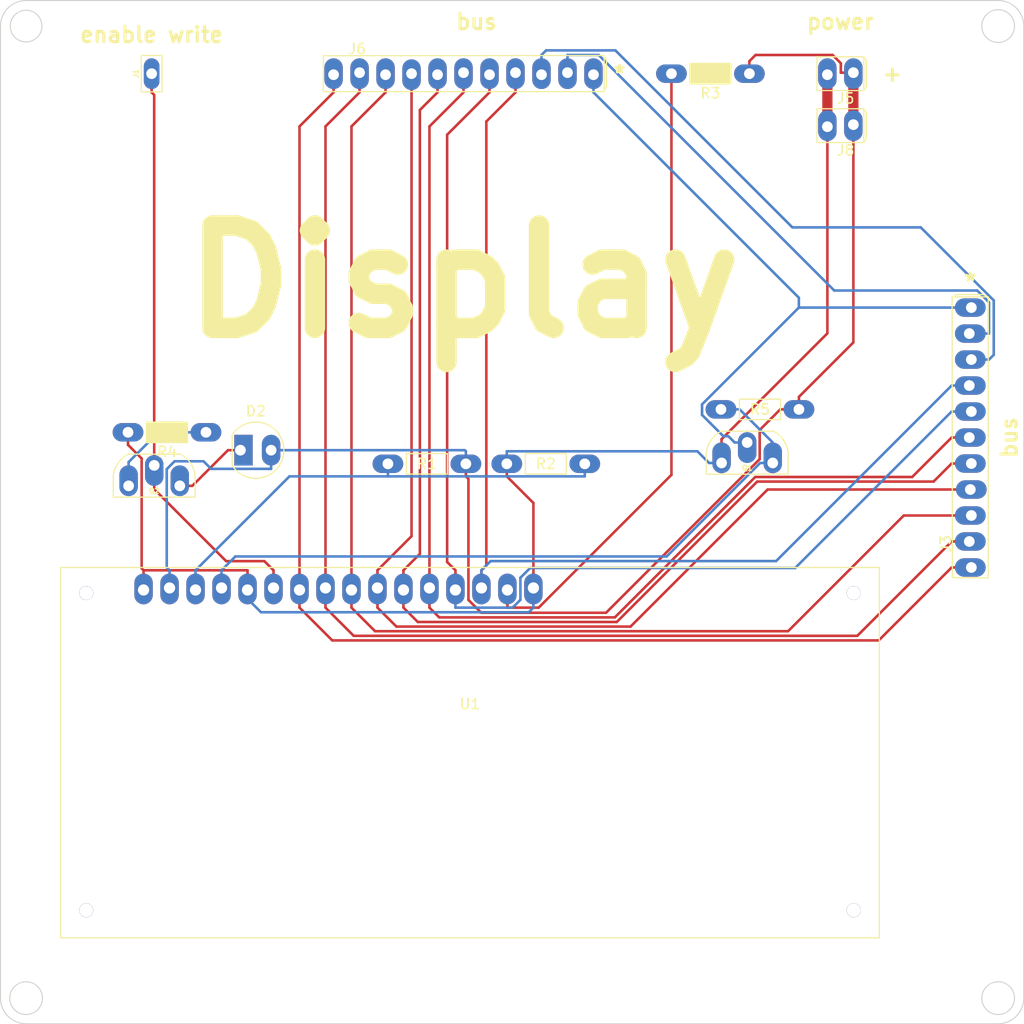
<source format=kicad_pcb>
(kicad_pcb (version 20171130) (host pcbnew 5.1.5+dfsg1-2build2)

  (general
    (thickness 1.6)
    (drawings 20)
    (tracks 191)
    (zones 0)
    (modules 14)
    (nets 20)
  )

  (page A4)
  (layers
    (0 F.Cu signal)
    (31 B.Cu signal)
    (32 B.Adhes user)
    (33 F.Adhes user)
    (34 B.Paste user)
    (35 F.Paste user)
    (36 B.SilkS user)
    (37 F.SilkS user)
    (38 B.Mask user)
    (39 F.Mask user)
    (40 Dwgs.User user)
    (41 Cmts.User user)
    (42 Eco1.User user)
    (43 Eco2.User user)
    (44 Edge.Cuts user)
    (45 Margin user)
    (46 B.CrtYd user)
    (47 F.CrtYd user)
    (48 B.Fab user)
    (49 F.Fab user)
  )

  (setup
    (last_trace_width 1)
    (user_trace_width 1)
    (trace_clearance 0.2)
    (zone_clearance 0.508)
    (zone_45_only no)
    (trace_min 0.2)
    (via_size 0.8)
    (via_drill 0.4)
    (via_min_size 0.4)
    (via_min_drill 0.3)
    (uvia_size 0.3)
    (uvia_drill 0.1)
    (uvias_allowed no)
    (uvia_min_size 0.2)
    (uvia_min_drill 0.1)
    (edge_width 0.1)
    (segment_width 0.2)
    (pcb_text_width 0.3)
    (pcb_text_size 1.5 1.5)
    (mod_edge_width 0.15)
    (mod_text_size 1 1)
    (mod_text_width 0.15)
    (pad_size 1.8 3)
    (pad_drill 0.9)
    (pad_to_mask_clearance 0)
    (aux_axis_origin 0 0)
    (visible_elements FFFFFF7F)
    (pcbplotparams
      (layerselection 0x3ffff_ffffffff)
      (usegerberextensions false)
      (usegerberattributes false)
      (usegerberadvancedattributes false)
      (creategerberjobfile false)
      (excludeedgelayer true)
      (linewidth 0.100000)
      (plotframeref false)
      (viasonmask false)
      (mode 1)
      (useauxorigin false)
      (hpglpennumber 1)
      (hpglpenspeed 20)
      (hpglpendiameter 15.000000)
      (psnegative false)
      (psa4output false)
      (plotreference true)
      (plotvalue true)
      (plotinvisibletext false)
      (padsonsilk false)
      (subtractmaskfromsilk false)
      (outputformat 1)
      (mirror false)
      (drillshape 0)
      (scaleselection 1)
      (outputdirectory "manufacturing/"))
  )

  (net 0 "")
  (net 1 +5V)
  (net 2 /sheet63DE894A/in)
  (net 3 /Sheet63DF1E83/in)
  (net 4 "Net-(J3-Pad10)")
  (net 5 "Net-(J3-Pad9)")
  (net 6 "Net-(J3-Pad8)")
  (net 7 "Net-(J3-Pad7)")
  (net 8 "Net-(J3-Pad6)")
  (net 9 "Net-(J3-Pad5)")
  (net 10 "Net-(J3-Pad4)")
  (net 11 "Net-(J3-Pad3)")
  (net 12 "Net-(J3-Pad2)")
  (net 13 "Net-(J3-Pad1)")
  (net 14 GND)
  (net 15 /Sheet63DF1E83/out)
  (net 16 "Net-(R1-Pad2)")
  (net 17 "Net-(R3-Pad2)")
  (net 18 "Net-(D2-Pad1)")
  (net 19 "Net-(Q2-Pad1)")

  (net_class Default "This is the default net class."
    (clearance 0.2)
    (trace_width 0.25)
    (via_dia 0.8)
    (via_drill 0.4)
    (uvia_dia 0.3)
    (uvia_drill 0.1)
    (add_net +5V)
    (add_net /Sheet63DF1E83/in)
    (add_net /Sheet63DF1E83/out)
    (add_net /sheet63DE894A/in)
    (add_net GND)
    (add_net "Net-(D2-Pad1)")
    (add_net "Net-(J3-Pad1)")
    (add_net "Net-(J3-Pad10)")
    (add_net "Net-(J3-Pad2)")
    (add_net "Net-(J3-Pad3)")
    (add_net "Net-(J3-Pad4)")
    (add_net "Net-(J3-Pad5)")
    (add_net "Net-(J3-Pad6)")
    (add_net "Net-(J3-Pad7)")
    (add_net "Net-(J3-Pad8)")
    (add_net "Net-(J3-Pad9)")
    (add_net "Net-(Q2-Pad1)")
    (add_net "Net-(R1-Pad2)")
    (add_net "Net-(R3-Pad2)")
  )

  (module processor2:led_5mm_tight (layer F.Cu) (tedit 63DFD358) (tstamp 63E272C3)
    (at 74.9458 93.9459)
    (path /63DE8950/63B9532C)
    (fp_text reference D2 (at 0 -3.81) (layer F.SilkS)
      (effects (font (size 1 1) (thickness 0.15)))
    )
    (fp_text value LED (at 0 3.81) (layer F.Fab)
      (effects (font (size 1 1) (thickness 0.15)))
    )
    (fp_arc (start 0 0) (end -2.3 1.5) (angle -294) (layer F.SilkS) (width 0.12))
    (fp_line (start -2.305812 -1.49105) (end -2.3 1.5) (layer F.SilkS) (width 0.12))
    (pad 1 thru_hole rect (at -1.5 0) (size 1.8 3) (drill 1.05 (offset 0.3 0)) (layers *.Cu *.Mask)
      (net 18 "Net-(D2-Pad1)"))
    (pad 2 thru_hole oval (at 1.5 0) (size 1.8 3) (drill 1.05) (layers *.Cu *.Mask)
      (net 1 +5V))
  )

  (module processor2:1pin (layer F.Cu) (tedit 63DFD104) (tstamp 63E272CC)
    (at 64.77 57.15 90)
    (path /63E0F3A2)
    (fp_text reference J1 (at 0 -1.524 90) (layer F.SilkS)
      (effects (font (size 0.5 0.5) (thickness 0.125)))
    )
    (fp_text value Conn_01x01_Male (at 0 1.778 90) (layer F.Fab)
      (effects (font (size 1 1) (thickness 0.15)))
    )
    (fp_line (start -1.778 -1.016) (end 1.778 -1.016) (layer F.SilkS) (width 0.12))
    (fp_line (start 1.778 -1.016) (end 1.778 1.016) (layer F.SilkS) (width 0.12))
    (fp_line (start 1.778 1.016) (end -1.778 1.016) (layer F.SilkS) (width 0.12))
    (fp_line (start -1.778 1.016) (end -1.778 -1.016) (layer F.SilkS) (width 0.12))
    (pad 1 thru_hole oval (at 0 0 90) (size 3 1.524) (drill 1.05) (layers *.Cu *.Mask)
      (net 2 /sheet63DE894A/in))
  )

  (module processor2:11pin_tight (layer F.Cu) (tedit 63DFD1B5) (tstamp 63E272E2)
    (at 144.78 105.41 90)
    (path /63D58930)
    (fp_text reference J3 (at 2.3114 -2.413 90) (layer F.SilkS)
      (effects (font (size 1 1) (thickness 0.15)))
    )
    (fp_text value Conn_01x11_Male (at 14.8336 -2.6924 90) (layer F.Fab)
      (effects (font (size 1 1) (thickness 0.15)))
    )
    (fp_line (start 26.67 -1.27) (end 26.4414 -1.778) (layer F.SilkS) (width 0.12))
    (fp_line (start 26.67 1.27) (end 26.4414 1.7526) (layer F.SilkS) (width 0.12))
    (fp_line (start 26.67 -1.27) (end 26.67 1.27) (layer F.SilkS) (width 0.12))
    (fp_line (start -1.016 1.7526) (end -0.9906 -1.7526) (layer F.SilkS) (width 0.12))
    (fp_line (start 26.4414 1.7526) (end -1.016 1.7526) (layer F.SilkS) (width 0.12))
    (fp_line (start 26.4414 -1.778) (end 26.4414 1.7526) (layer F.SilkS) (width 0.12))
    (fp_line (start -0.9906 -1.7526) (end 26.4414 -1.778) (layer F.SilkS) (width 0.12))
    (pad 11 thru_hole oval (at 25.4 0.1 90) (size 1.8 3) (drill 1.05 (offset 0 -0.1)) (layers *.Cu *.Mask)
      (net 3 /Sheet63DF1E83/in))
    (pad 10 thru_hole oval (at 22.86 -0.1 90) (size 1.8 3) (drill 1.05 (offset 0 0.1)) (layers *.Cu *.Mask)
      (net 4 "Net-(J3-Pad10)"))
    (pad 9 thru_hole oval (at 20.32 0.1 90) (size 1.8 3) (drill 1.05 (offset 0 -0.1)) (layers *.Cu *.Mask)
      (net 5 "Net-(J3-Pad9)"))
    (pad 8 thru_hole oval (at 17.78 -0.1 90) (size 1.8 3) (drill 1.05 (offset 0 0.1)) (layers *.Cu *.Mask)
      (net 6 "Net-(J3-Pad8)"))
    (pad 7 thru_hole oval (at 15.24 0.1 90) (size 1.8 3) (drill 1.05 (offset 0 -0.1)) (layers *.Cu *.Mask)
      (net 7 "Net-(J3-Pad7)"))
    (pad 6 thru_hole oval (at 12.7 -0.1 90) (size 1.8 3) (drill 1.05 (offset 0 0.1)) (layers *.Cu *.Mask)
      (net 8 "Net-(J3-Pad6)"))
    (pad 5 thru_hole oval (at 10.16 0.1 90) (size 1.8 3) (drill 1.05 (offset 0 -0.1)) (layers *.Cu *.Mask)
      (net 9 "Net-(J3-Pad5)"))
    (pad 4 thru_hole oval (at 7.62 0 90) (size 1.8 3) (drill 1.05 (offset 0 0.1)) (layers *.Cu *.Mask)
      (net 10 "Net-(J3-Pad4)"))
    (pad 3 thru_hole oval (at 5.08 0.1 90) (size 1.8 3) (drill 1.05 (offset 0 -0.1)) (layers *.Cu *.Mask)
      (net 11 "Net-(J3-Pad3)"))
    (pad 2 thru_hole oval (at 2.54 -0.1 90) (size 1.8 3) (drill 1.05 (offset 0 0.1)) (layers *.Cu *.Mask)
      (net 12 "Net-(J3-Pad2)"))
    (pad 1 thru_hole oval (at 0 0.1 90) (size 1.8 3) (drill 1.05 (offset 0 -0.1)) (layers *.Cu *.Mask)
      (net 13 "Net-(J3-Pad1)"))
  )

  (module processor2:2pin_tight (layer F.Cu) (tedit 63DFD11D) (tstamp 63E272F0)
    (at 133.35 57.15)
    (path /63D9BB5E)
    (fp_text reference J5 (at -0.762 2.413) (layer F.SilkS)
      (effects (font (size 1 1) (thickness 0.15)))
    )
    (fp_text value Conn_01x02_Male (at -1.016 -2.54) (layer F.Fab)
      (effects (font (size 1 1) (thickness 0.15)))
    )
    (fp_line (start 1.27 -1.27) (end 1.016 -1.651) (layer F.SilkS) (width 0.12))
    (fp_line (start 1.27 1.27) (end 1.27 -1.27) (layer F.SilkS) (width 0.12))
    (fp_line (start 1.016 1.651) (end 1.27 1.27) (layer F.SilkS) (width 0.12))
    (fp_line (start 1.27 -1.27) (end 1.27 1.27) (layer F.SilkS) (width 0.12))
    (fp_line (start -3.556 1.651) (end -3.556 -1.651) (layer F.SilkS) (width 0.12))
    (fp_line (start 1.016 1.651) (end -3.556 1.651) (layer F.SilkS) (width 0.12))
    (fp_line (start 1.016 -1.651) (end 1.016 1.651) (layer F.SilkS) (width 0.12))
    (fp_line (start -3.556 -1.651) (end 1.016 -1.651) (layer F.SilkS) (width 0.12))
    (pad 2 thru_hole oval (at -2.54 0.1) (size 1.8 3) (drill 1.05 (offset 0 -0.1)) (layers *.Cu *.Mask)
      (net 14 GND))
    (pad 1 thru_hole oval (at 0 -0.1) (size 1.8 3) (drill 1.05 (offset 0 0.1)) (layers *.Cu *.Mask)
      (net 1 +5V))
  )

  (module processor2:11pin_tight (layer F.Cu) (tedit 63DFD1B5) (tstamp 63E27306)
    (at 82.55 57.15)
    (path /63D58936)
    (fp_text reference J6 (at 2.3114 -2.413) (layer F.SilkS)
      (effects (font (size 1 1) (thickness 0.15)))
    )
    (fp_text value Conn_01x11_Male (at 14.8336 -2.6924) (layer F.Fab)
      (effects (font (size 1 1) (thickness 0.15)))
    )
    (fp_line (start -0.9906 -1.7526) (end 26.4414 -1.778) (layer F.SilkS) (width 0.12))
    (fp_line (start 26.4414 -1.778) (end 26.4414 1.7526) (layer F.SilkS) (width 0.12))
    (fp_line (start 26.4414 1.7526) (end -1.016 1.7526) (layer F.SilkS) (width 0.12))
    (fp_line (start -1.016 1.7526) (end -0.9906 -1.7526) (layer F.SilkS) (width 0.12))
    (fp_line (start 26.67 -1.27) (end 26.67 1.27) (layer F.SilkS) (width 0.12))
    (fp_line (start 26.67 1.27) (end 26.4414 1.7526) (layer F.SilkS) (width 0.12))
    (fp_line (start 26.67 -1.27) (end 26.4414 -1.778) (layer F.SilkS) (width 0.12))
    (pad 1 thru_hole oval (at 0 0.1) (size 1.8 3) (drill 1.05 (offset 0 -0.1)) (layers *.Cu *.Mask)
      (net 13 "Net-(J3-Pad1)"))
    (pad 2 thru_hole oval (at 2.54 -0.1) (size 1.8 3) (drill 1.05 (offset 0 0.1)) (layers *.Cu *.Mask)
      (net 12 "Net-(J3-Pad2)"))
    (pad 3 thru_hole oval (at 5.08 0.1) (size 1.8 3) (drill 1.05 (offset 0 -0.1)) (layers *.Cu *.Mask)
      (net 11 "Net-(J3-Pad3)"))
    (pad 4 thru_hole oval (at 7.62 0) (size 1.8 3) (drill 1.05 (offset 0 0.1)) (layers *.Cu *.Mask)
      (net 10 "Net-(J3-Pad4)"))
    (pad 5 thru_hole oval (at 10.16 0.1) (size 1.8 3) (drill 1.05 (offset 0 -0.1)) (layers *.Cu *.Mask)
      (net 9 "Net-(J3-Pad5)"))
    (pad 6 thru_hole oval (at 12.7 -0.1) (size 1.8 3) (drill 1.05 (offset 0 0.1)) (layers *.Cu *.Mask)
      (net 8 "Net-(J3-Pad6)"))
    (pad 7 thru_hole oval (at 15.24 0.1) (size 1.8 3) (drill 1.05 (offset 0 -0.1)) (layers *.Cu *.Mask)
      (net 7 "Net-(J3-Pad7)"))
    (pad 8 thru_hole oval (at 17.78 -0.1) (size 1.8 3) (drill 1.05 (offset 0 0.1)) (layers *.Cu *.Mask)
      (net 6 "Net-(J3-Pad8)"))
    (pad 9 thru_hole oval (at 20.32 0.1) (size 1.8 3) (drill 1.05 (offset 0 -0.1)) (layers *.Cu *.Mask)
      (net 5 "Net-(J3-Pad9)"))
    (pad 10 thru_hole oval (at 22.86 -0.1) (size 1.8 3) (drill 1.05 (offset 0 0.1)) (layers *.Cu *.Mask)
      (net 4 "Net-(J3-Pad10)"))
    (pad 11 thru_hole oval (at 25.4 0.1) (size 1.8 3) (drill 1.05 (offset 0 -0.1)) (layers *.Cu *.Mask)
      (net 3 /Sheet63DF1E83/in))
  )

  (module processor2:2pin_tight (layer F.Cu) (tedit 63DFD11D) (tstamp 63E27314)
    (at 133.35 62.23)
    (path /63C2625D)
    (fp_text reference J8 (at -0.762 2.413) (layer F.SilkS)
      (effects (font (size 1 1) (thickness 0.15)))
    )
    (fp_text value Conn_01x02_Male (at -1.016 -2.54) (layer F.Fab)
      (effects (font (size 1 1) (thickness 0.15)))
    )
    (fp_line (start -3.556 -1.651) (end 1.016 -1.651) (layer F.SilkS) (width 0.12))
    (fp_line (start 1.016 -1.651) (end 1.016 1.651) (layer F.SilkS) (width 0.12))
    (fp_line (start 1.016 1.651) (end -3.556 1.651) (layer F.SilkS) (width 0.12))
    (fp_line (start -3.556 1.651) (end -3.556 -1.651) (layer F.SilkS) (width 0.12))
    (fp_line (start 1.27 -1.27) (end 1.27 1.27) (layer F.SilkS) (width 0.12))
    (fp_line (start 1.016 1.651) (end 1.27 1.27) (layer F.SilkS) (width 0.12))
    (fp_line (start 1.27 1.27) (end 1.27 -1.27) (layer F.SilkS) (width 0.12))
    (fp_line (start 1.27 -1.27) (end 1.016 -1.651) (layer F.SilkS) (width 0.12))
    (pad 1 thru_hole oval (at 0 -0.1) (size 1.8 3) (drill 1.05 (offset 0 0.1)) (layers *.Cu *.Mask)
      (net 1 +5V))
    (pad 2 thru_hole oval (at -2.54 0.1) (size 1.8 3) (drill 1.05 (offset 0 -0.1)) (layers *.Cu *.Mask)
      (net 14 GND))
  )

  (module processor2:2n7000_tight (layer F.Cu) (tedit 63DFD321) (tstamp 63E27321)
    (at 65.02 96.4335)
    (path /63DE8950/63B9450E)
    (fp_text reference Q2 (at 0 1.5) (layer F.SilkS)
      (effects (font (size 0.5 0.5) (thickness 0.125)))
    )
    (fp_text value 2N7000 (at 0 -3.81) (layer F.Fab)
      (effects (font (size 1 1) (thickness 0.15)))
    )
    (fp_line (start -4 2.1) (end -4 0) (layer F.SilkS) (width 0.12))
    (fp_line (start -2.54 -2.1) (end 2.54 -2.1) (layer F.SilkS) (width 0.12))
    (fp_line (start 4 0) (end 4 2.1) (layer F.SilkS) (width 0.12))
    (fp_line (start 4 2.1) (end -4 2.1) (layer F.SilkS) (width 0.12))
    (fp_arc (start -1.3 0.3) (end -2.539999 -2.099999) (angle -56.33592606) (layer F.SilkS) (width 0.12))
    (fp_arc (start 1.3 0.3) (end 4 0) (angle -56.33591695) (layer F.SilkS) (width 0.12))
    (pad 1 thru_hole oval (at -2.5 1) (size 1.8 3) (drill 1.05 (offset 0 -0.5)) (layers *.Cu *.Mask)
      (net 19 "Net-(Q2-Pad1)"))
    (pad 2 thru_hole oval (at 0 -1) (size 1.8 3) (drill 1.05 (offset 0 0.5)) (layers *.Cu *.Mask)
      (net 2 /sheet63DE894A/in))
    (pad 3 thru_hole oval (at 2.5 1) (size 1.8 3) (drill 1.05 (offset 0 -0.5)) (layers *.Cu *.Mask)
      (net 18 "Net-(D2-Pad1)"))
  )

  (module processor2:2n7000_tight (layer F.Cu) (tedit 63DFD321) (tstamp 63E2732E)
    (at 122.97 94.1935)
    (path /63DF1E84/63B944D7)
    (fp_text reference Q1 (at 0 1.5) (layer F.SilkS)
      (effects (font (size 0.5 0.5) (thickness 0.125)))
    )
    (fp_text value 2N7000 (at 0 -3.81) (layer F.Fab)
      (effects (font (size 1 1) (thickness 0.15)))
    )
    (fp_arc (start 1.3 0.3) (end 4 0) (angle -56.33591695) (layer F.SilkS) (width 0.12))
    (fp_arc (start -1.3 0.3) (end -2.539999 -2.099999) (angle -56.33592606) (layer F.SilkS) (width 0.12))
    (fp_line (start 4 2.1) (end -4 2.1) (layer F.SilkS) (width 0.12))
    (fp_line (start 4 0) (end 4 2.1) (layer F.SilkS) (width 0.12))
    (fp_line (start -2.54 -2.1) (end 2.54 -2.1) (layer F.SilkS) (width 0.12))
    (fp_line (start -4 2.1) (end -4 0) (layer F.SilkS) (width 0.12))
    (pad 3 thru_hole oval (at 2.5 1) (size 1.8 3) (drill 1.05 (offset 0 -0.5)) (layers *.Cu *.Mask)
      (net 15 /Sheet63DF1E83/out))
    (pad 2 thru_hole oval (at 0 -1) (size 1.8 3) (drill 1.05 (offset 0 0.5)) (layers *.Cu *.Mask)
      (net 3 /Sheet63DF1E83/in))
    (pad 1 thru_hole oval (at -2.5 1) (size 1.8 3) (drill 1.05 (offset 0 -0.5)) (layers *.Cu *.Mask)
      (net 14 GND))
  )

  (module processor2:resistor_tight (layer F.Cu) (tedit 63DFD373) (tstamp 63E27338)
    (at 91.67 95.28)
    (path /63DFF247)
    (fp_text reference R1 (at 0 0) (layer F.SilkS)
      (effects (font (size 1 1) (thickness 0.15)))
    )
    (fp_text value R (at 0 -2.54) (layer F.Fab)
      (effects (font (size 1 1) (thickness 0.15)))
    )
    (fp_line (start -2 1) (end -2 -1) (layer F.SilkS) (width 0.12))
    (fp_line (start 2 1) (end -2 1) (layer F.SilkS) (width 0.12))
    (fp_line (start 2 -1) (end 2 1) (layer F.SilkS) (width 0.12))
    (fp_line (start -2 -1) (end 2 -1) (layer F.SilkS) (width 0.12))
    (pad 2 thru_hole oval (at -3.81 0 90) (size 1.8 3) (drill 1.05) (layers *.Cu *.Mask)
      (net 16 "Net-(R1-Pad2)"))
    (pad 1 thru_hole oval (at 3.81 0 90) (size 1.8 3) (drill 1.05) (layers *.Cu *.Mask)
      (net 1 +5V))
  )

  (module processor2:resistor_tight (layer F.Cu) (tedit 63DFD373) (tstamp 63E27342)
    (at 103.29 95.28)
    (path /63DFDC89)
    (fp_text reference R2 (at 0 0) (layer F.SilkS)
      (effects (font (size 1 1) (thickness 0.15)))
    )
    (fp_text value R (at 0 -2.54) (layer F.Fab)
      (effects (font (size 1 1) (thickness 0.15)))
    )
    (fp_line (start -2 -1) (end 2 -1) (layer F.SilkS) (width 0.12))
    (fp_line (start 2 -1) (end 2 1) (layer F.SilkS) (width 0.12))
    (fp_line (start 2 1) (end -2 1) (layer F.SilkS) (width 0.12))
    (fp_line (start -2 1) (end -2 -1) (layer F.SilkS) (width 0.12))
    (pad 1 thru_hole oval (at 3.81 0 90) (size 1.8 3) (drill 1.05) (layers *.Cu *.Mask)
      (net 16 "Net-(R1-Pad2)"))
    (pad 2 thru_hole oval (at -3.81 0 90) (size 1.8 3) (drill 1.05) (layers *.Cu *.Mask)
      (net 14 GND))
  )

  (module processor2:resistor_led_tight (layer F.Cu) (tedit 63DFD368) (tstamp 63E2734D)
    (at 119.38 57.15)
    (path /63DFA85C)
    (fp_text reference R3 (at 0 1.905) (layer F.SilkS)
      (effects (font (size 1 1) (thickness 0.15)))
    )
    (fp_text value R (at 0 -2.54) (layer F.Fab)
      (effects (font (size 1 1) (thickness 0.15)))
    )
    (fp_line (start -2 -1) (end 2 -1) (layer F.SilkS) (width 0.12))
    (fp_line (start 2 -1) (end 2 1) (layer F.SilkS) (width 0.12))
    (fp_line (start 2 1) (end -2 1) (layer F.SilkS) (width 0.12))
    (fp_line (start -2 1) (end -2 -1) (layer F.SilkS) (width 0.12))
    (fp_poly (pts (xy 2 1) (xy -2 1) (xy -2 -1) (xy 2 -1)) (layer F.SilkS) (width 0.1))
    (pad 1 thru_hole oval (at 3.81 0 90) (size 1.8 3) (drill 1.05) (layers *.Cu *.Mask)
      (net 1 +5V))
    (pad 2 thru_hole oval (at -3.81 0 90) (size 1.8 3) (drill 1.05) (layers *.Cu *.Mask)
      (net 17 "Net-(R3-Pad2)"))
  )

  (module processor2:resistor_led_tight (layer F.Cu) (tedit 63DFD368) (tstamp 63E27358)
    (at 66.27 92.2)
    (path /63DE8950/63B94B6A)
    (fp_text reference R4 (at 0 1.905) (layer F.SilkS)
      (effects (font (size 1 1) (thickness 0.15)))
    )
    (fp_text value R (at 0 -2.54) (layer F.Fab)
      (effects (font (size 1 1) (thickness 0.15)))
    )
    (fp_poly (pts (xy 2 1) (xy -2 1) (xy -2 -1) (xy 2 -1)) (layer F.SilkS) (width 0.1))
    (fp_line (start -2 1) (end -2 -1) (layer F.SilkS) (width 0.12))
    (fp_line (start 2 1) (end -2 1) (layer F.SilkS) (width 0.12))
    (fp_line (start 2 -1) (end 2 1) (layer F.SilkS) (width 0.12))
    (fp_line (start -2 -1) (end 2 -1) (layer F.SilkS) (width 0.12))
    (pad 2 thru_hole oval (at -3.81 0 90) (size 1.8 3) (drill 1.05) (layers *.Cu *.Mask)
      (net 14 GND))
    (pad 1 thru_hole oval (at 3.81 0 90) (size 1.8 3) (drill 1.05) (layers *.Cu *.Mask)
      (net 19 "Net-(Q2-Pad1)"))
  )

  (module processor2:resistor_tight (layer F.Cu) (tedit 63DFD373) (tstamp 63E27362)
    (at 124.22 89.96)
    (path /63DF1E84/6433D02B)
    (fp_text reference R5 (at 0 0) (layer F.SilkS)
      (effects (font (size 1 1) (thickness 0.15)))
    )
    (fp_text value R (at 0 -2.54) (layer F.Fab)
      (effects (font (size 1 1) (thickness 0.15)))
    )
    (fp_line (start -2 -1) (end 2 -1) (layer F.SilkS) (width 0.12))
    (fp_line (start 2 -1) (end 2 1) (layer F.SilkS) (width 0.12))
    (fp_line (start 2 1) (end -2 1) (layer F.SilkS) (width 0.12))
    (fp_line (start -2 1) (end -2 -1) (layer F.SilkS) (width 0.12))
    (pad 1 thru_hole oval (at 3.81 0 90) (size 1.8 3) (drill 1.05) (layers *.Cu *.Mask)
      (net 1 +5V))
    (pad 2 thru_hole oval (at -3.81 0 90) (size 1.8 3) (drill 1.05) (layers *.Cu *.Mask)
      (net 15 /Sheet63DF1E83/out))
  )

  (module processor2:lcd_display (layer F.Cu) (tedit 63DC4629) (tstamp 63E2737E)
    (at 55.88 105.41)
    (path /63DE63CA)
    (fp_text reference U1 (at 40 13.335) (layer F.SilkS)
      (effects (font (size 1 1) (thickness 0.15)))
    )
    (fp_text value lcd_display (at 40 26.035) (layer F.Fab)
      (effects (font (size 5 5) (thickness 0.5)))
    )
    (fp_line (start 0 0) (end 80.01 0) (layer F.SilkS) (width 0.12))
    (fp_line (start 80.01 0) (end 80.01 36.195) (layer F.SilkS) (width 0.12))
    (fp_line (start 80.01 36.195) (end 0 36.195) (layer F.SilkS) (width 0.12))
    (fp_line (start 0 36.195) (end 0 0) (layer F.SilkS) (width 0.12))
    (pad "" np_thru_hole circle (at 2.5 2.5) (size 1.36 1.36) (drill 1.35) (layers *.Cu *.Mask))
    (pad "" np_thru_hole circle (at 2.5 33.5) (size 1.36 1.36) (drill 1.35) (layers *.Cu *.Mask))
    (pad "" np_thru_hole circle (at 77.5 33.5) (size 1.36 1.36) (drill 1.35) (layers *.Cu *.Mask))
    (pad "" np_thru_hole circle (at 77.5 2.5) (size 1.36 1.36) (drill 1.35) (layers *.Cu *.Mask))
    (pad gnd thru_hole oval (at 8.1 2.2) (size 1.8 3) (drill 1.1 (offset 0 -0.1)) (layers *.Cu *.Mask)
      (net 14 GND))
    (pad 5v thru_hole oval (at 10.64 2) (size 1.8 3) (drill 1.1 (offset 0 0.1)) (layers *.Cu *.Mask)
      (net 1 +5V))
    (pad contrast thru_hole oval (at 13.18 2.2) (size 1.8 3) (drill 1.1 (offset 0 -0.1)) (layers *.Cu *.Mask)
      (net 16 "Net-(R1-Pad2)"))
    (pad read/write thru_hole oval (at 18.26 2.2) (size 1.8 3) (drill 1.1 (offset 0 -0.1)) (layers *.Cu *.Mask)
      (net 14 GND))
    (pad d0 thru_hole oval (at 23.34 2.2) (size 1.8 3) (drill 1.1 (offset 0 -0.1)) (layers *.Cu *.Mask)
      (net 13 "Net-(J3-Pad1)"))
    (pad d2 thru_hole oval (at 28.42 2.2) (size 1.8 3) (drill 1.1 (offset 0 -0.1)) (layers *.Cu *.Mask)
      (net 11 "Net-(J3-Pad3)"))
    (pad d4 thru_hole oval (at 33.5 2.2) (size 1.8 3) (drill 1.1 (offset 0 -0.1)) (layers *.Cu *.Mask)
      (net 9 "Net-(J3-Pad5)"))
    (pad d6 thru_hole oval (at 38.58 2.2) (size 1.8 3) (drill 1.1 (offset 0 -0.1)) (layers *.Cu *.Mask)
      (net 7 "Net-(J3-Pad7)"))
    (pad led_positive thru_hole oval (at 43.66 2.2) (size 1.8 3) (drill 1.1 (offset 0 -0.1)) (layers *.Cu *.Mask)
      (net 17 "Net-(R3-Pad2)"))
    (pad register_select thru_hole oval (at 15.72 2) (size 1.8 3) (drill 1.1 (offset 0 0.1)) (layers *.Cu *.Mask)
      (net 15 /Sheet63DF1E83/out))
    (pad enable thru_hole oval (at 20.8 2) (size 1.8 3) (drill 1.1 (offset 0 0.1)) (layers *.Cu *.Mask)
      (net 2 /sheet63DE894A/in))
    (pad d1 thru_hole oval (at 25.88 2) (size 1.8 3) (drill 1.1 (offset 0 0.1)) (layers *.Cu *.Mask)
      (net 12 "Net-(J3-Pad2)"))
    (pad d3 thru_hole oval (at 30.96 2) (size 1.8 3) (drill 1.1 (offset 0 0.1)) (layers *.Cu *.Mask)
      (net 10 "Net-(J3-Pad4)"))
    (pad d5 thru_hole oval (at 36.04 2) (size 1.8 3) (drill 1.1 (offset 0 0.1)) (layers *.Cu *.Mask)
      (net 8 "Net-(J3-Pad6)"))
    (pad d7 thru_hole oval (at 41.12 2) (size 1.8 3) (drill 1.1 (offset 0 0.1)) (layers *.Cu *.Mask)
      (net 6 "Net-(J3-Pad8)"))
    (pad led_negative thru_hole oval (at 46.2 2) (size 1.8 3) (drill 1.1 (offset 0 0.1)) (layers *.Cu *.Mask)
      (net 14 GND))
  )

  (gr_text * (at 110.49 57.15) (layer F.SilkS)
    (effects (font (size 1.5 1.5) (thickness 0.3)))
  )
  (gr_text * (at 144.78 77.47) (layer F.SilkS)
    (effects (font (size 1.5 1.5) (thickness 0.3)))
  )
  (gr_text bus (at 148.59 92.71 90) (layer F.SilkS)
    (effects (font (size 1.5 1.5) (thickness 0.3)))
  )
  (gr_text + (at 137.16 57.15) (layer F.SilkS)
    (effects (font (size 1.5 1.5) (thickness 0.3)))
  )
  (gr_text power (at 132.08 52.07) (layer F.SilkS)
    (effects (font (size 1.5 1.5) (thickness 0.3)))
  )
  (gr_text bus (at 96.52 52.07) (layer F.SilkS)
    (effects (font (size 1.5 1.5) (thickness 0.3)))
  )
  (gr_text "enable write" (at 64.77 53.34) (layer F.SilkS)
    (effects (font (size 1.5 1.5) (thickness 0.3)))
  )
  (gr_text Display (at 95.25 77.47) (layer F.SilkS)
    (effects (font (size 10 10) (thickness 2)))
  )
  (gr_arc (start 147.5 52.5) (end 147.5 50) (angle 90) (layer Edge.Cuts) (width 0.1))
  (gr_arc (start 147.5 147.5) (end 150 147.5) (angle 90) (layer Edge.Cuts) (width 0.1))
  (gr_arc (start 52.5 147.5) (end 50 147.574) (angle -87.17581862) (layer Edge.Cuts) (width 0.1))
  (gr_arc (start 52.5 52.5) (end 52.5 50) (angle -90) (layer Edge.Cuts) (width 0.1))
  (gr_circle (center 52.5 147.5) (end 54.1 147.5) (layer Edge.Cuts) (width 0.1))
  (gr_circle (center 147.5 147.5) (end 149.1 147.5) (layer Edge.Cuts) (width 0.1))
  (gr_circle (center 147.5 52.5) (end 149.1 52.5) (layer Edge.Cuts) (width 0.1))
  (gr_circle (center 52.5 52.5) (end 54.05 52.5) (layer Edge.Cuts) (width 0.1))
  (gr_line (start 52.450732 150.00061) (end 147.5 150) (layer Edge.Cuts) (width 0.1) (tstamp 63BC745B))
  (gr_line (start 150 52.5) (end 150 147.5) (layer Edge.Cuts) (width 0.1))
  (gr_line (start 50 52.5) (end 50 147.574) (layer Edge.Cuts) (width 0.1))
  (gr_line (start 52.5 50) (end 147.5 50) (layer Edge.Cuts) (width 0.1))

  (segment (start 128.03 89.96) (end 126.2047 89.96) (width 0.25) (layer F.Cu) (net 1))
  (segment (start 95.48 95.28) (end 95.48 96.5053) (width 0.25) (layer F.Cu) (net 1))
  (segment (start 95.48 96.5053) (end 95.73 96.7553) (width 0.25) (layer F.Cu) (net 1))
  (segment (start 95.73 96.7553) (end 95.73 108.5821) (width 0.25) (layer F.Cu) (net 1))
  (segment (start 95.73 108.5821) (end 96.984 109.8361) (width 0.25) (layer F.Cu) (net 1))
  (segment (start 96.984 109.8361) (end 109.1793 109.8361) (width 0.25) (layer F.Cu) (net 1))
  (segment (start 109.1793 109.8361) (end 124.1954 94.82) (width 0.25) (layer F.Cu) (net 1))
  (segment (start 124.1954 94.82) (end 124.1954 91.9693) (width 0.25) (layer F.Cu) (net 1))
  (segment (start 124.1954 91.9693) (end 126.2047 89.96) (width 0.25) (layer F.Cu) (net 1))
  (segment (start 76.4458 93.9459) (end 76.4458 95.7712) (width 0.25) (layer B.Cu) (net 1))
  (segment (start 66.52 107.41) (end 66.52 105.6847) (width 0.25) (layer B.Cu) (net 1))
  (segment (start 66.52 105.6847) (end 66.2454 105.4101) (width 0.25) (layer B.Cu) (net 1))
  (segment (start 66.2454 105.4101) (end 66.2454 95.797) (width 0.25) (layer B.Cu) (net 1))
  (segment (start 66.2454 95.797) (end 67.0116 95.0308) (width 0.25) (layer B.Cu) (net 1))
  (segment (start 67.0116 95.0308) (end 69.8457 95.0308) (width 0.25) (layer B.Cu) (net 1))
  (segment (start 69.8457 95.0308) (end 70.5861 95.7712) (width 0.25) (layer B.Cu) (net 1))
  (segment (start 70.5861 95.7712) (end 76.4458 95.7712) (width 0.25) (layer B.Cu) (net 1))
  (segment (start 123.19 57.15) (end 123.19 55.9247) (width 0.25) (layer F.Cu) (net 1))
  (segment (start 133.35 57.05) (end 132.1247 57.05) (width 0.25) (layer F.Cu) (net 1))
  (segment (start 132.1247 57.05) (end 132.1247 56.131) (width 0.25) (layer F.Cu) (net 1))
  (segment (start 132.1247 56.131) (end 131.3175 55.3238) (width 0.25) (layer F.Cu) (net 1))
  (segment (start 131.3175 55.3238) (end 123.7909 55.3238) (width 0.25) (layer F.Cu) (net 1))
  (segment (start 123.7909 55.3238) (end 123.19 55.9247) (width 0.25) (layer F.Cu) (net 1))
  (segment (start 128.03 89.96) (end 128.03 88.7347) (width 0.25) (layer F.Cu) (net 1))
  (segment (start 128.03 88.7347) (end 133.35 83.4147) (width 0.25) (layer F.Cu) (net 1))
  (segment (start 133.35 83.4147) (end 133.35 62.13) (width 0.25) (layer F.Cu) (net 1))
  (segment (start 95.48 95.28) (end 95.48 94.0547) (width 0.25) (layer B.Cu) (net 1))
  (segment (start 76.4458 93.9459) (end 95.3712 93.9459) (width 0.25) (layer B.Cu) (net 1))
  (segment (start 95.3712 93.9459) (end 95.48 94.0547) (width 0.25) (layer B.Cu) (net 1))
  (segment (start 133.35 57.05) (end 133.35 62.13) (width 1) (layer F.Cu) (net 1))
  (segment (start 76.68 105.6847) (end 75.7864 104.7911) (width 0.25) (layer F.Cu) (net 2))
  (segment (start 75.7864 104.7911) (end 72.0523 104.7911) (width 0.25) (layer F.Cu) (net 2))
  (segment (start 72.0523 104.7911) (end 65.02 97.7588) (width 0.25) (layer F.Cu) (net 2))
  (segment (start 65.02 95.4335) (end 65.02 97.7588) (width 0.25) (layer F.Cu) (net 2))
  (segment (start 76.68 107.41) (end 76.68 105.6847) (width 0.25) (layer F.Cu) (net 2))
  (segment (start 64.77 57.15) (end 64.77 58.9753) (width 0.25) (layer F.Cu) (net 2))
  (segment (start 65.02 95.4335) (end 65.02 59.2253) (width 0.25) (layer F.Cu) (net 2))
  (segment (start 65.02 59.2253) (end 64.77 58.9753) (width 0.25) (layer F.Cu) (net 2))
  (segment (start 107.95 57.25) (end 107.95 58.9753) (width 0.25) (layer B.Cu) (net 3))
  (segment (start 128.0222 80.01) (end 144.88 80.01) (width 0.25) (layer B.Cu) (net 3))
  (segment (start 121.7447 93.1935) (end 121.1368 92.5856) (width 0.25) (layer B.Cu) (net 3))
  (segment (start 121.1368 92.5856) (end 120.6487 92.5856) (width 0.25) (layer B.Cu) (net 3))
  (segment (start 120.6487 92.5856) (end 118.5611 90.498) (width 0.25) (layer B.Cu) (net 3))
  (segment (start 118.5611 90.498) (end 118.5611 89.4711) (width 0.25) (layer B.Cu) (net 3))
  (segment (start 118.5611 89.4711) (end 128.0222 80.01) (width 0.25) (layer B.Cu) (net 3))
  (segment (start 107.95 58.9753) (end 128.0222 79.0475) (width 0.25) (layer B.Cu) (net 3))
  (segment (start 128.0222 79.0475) (end 128.0222 80.01) (width 0.25) (layer B.Cu) (net 3))
  (segment (start 122.97 93.1935) (end 121.7447 93.1935) (width 0.25) (layer B.Cu) (net 3))
  (segment (start 144.68 82.55) (end 146.6053 82.55) (width 0.25) (layer B.Cu) (net 4))
  (segment (start 105.41 57.05) (end 105.41 55.3247) (width 0.25) (layer B.Cu) (net 4))
  (segment (start 105.41 55.3247) (end 108.4583 55.3247) (width 0.25) (layer B.Cu) (net 4))
  (segment (start 108.4583 55.3247) (end 131.477 78.3434) (width 0.25) (layer B.Cu) (net 4))
  (segment (start 131.477 78.3434) (end 145.4551 78.3434) (width 0.25) (layer B.Cu) (net 4))
  (segment (start 145.4551 78.3434) (end 146.6053 79.4936) (width 0.25) (layer B.Cu) (net 4))
  (segment (start 146.6053 79.4936) (end 146.6053 82.55) (width 0.25) (layer B.Cu) (net 4))
  (segment (start 146.6053 85.09) (end 147.0699 84.6254) (width 0.25) (layer B.Cu) (net 5))
  (segment (start 147.0699 84.6254) (end 147.0699 79.307) (width 0.25) (layer B.Cu) (net 5))
  (segment (start 147.0699 79.307) (end 139.9351 72.1722) (width 0.25) (layer B.Cu) (net 5))
  (segment (start 139.9351 72.1722) (end 127.3888 72.1722) (width 0.25) (layer B.Cu) (net 5))
  (segment (start 127.3888 72.1722) (end 110.0909 54.8743) (width 0.25) (layer B.Cu) (net 5))
  (segment (start 110.0909 54.8743) (end 103.3204 54.8743) (width 0.25) (layer B.Cu) (net 5))
  (segment (start 103.3204 54.8743) (end 102.87 55.3247) (width 0.25) (layer B.Cu) (net 5))
  (segment (start 144.88 85.09) (end 146.6053 85.09) (width 0.25) (layer B.Cu) (net 5))
  (segment (start 102.87 57.25) (end 102.87 55.3247) (width 0.25) (layer B.Cu) (net 5))
  (segment (start 142.9547 87.63) (end 125.8006 104.7841) (width 0.25) (layer B.Cu) (net 6))
  (segment (start 125.8006 104.7841) (end 97.9006 104.7841) (width 0.25) (layer B.Cu) (net 6))
  (segment (start 97.9006 104.7841) (end 97 105.6847) (width 0.25) (layer B.Cu) (net 6))
  (segment (start 97 107.41) (end 97 105.6847) (width 0.25) (layer B.Cu) (net 6))
  (segment (start 144.68 87.63) (end 142.9547 87.63) (width 0.25) (layer B.Cu) (net 6))
  (segment (start 100.33 57.05) (end 100.33 58.9753) (width 0.25) (layer F.Cu) (net 6))
  (segment (start 97 107.41) (end 97 105.6847) (width 0.25) (layer F.Cu) (net 6))
  (segment (start 97 105.6847) (end 97.48 105.2047) (width 0.25) (layer F.Cu) (net 6))
  (segment (start 97.48 105.2047) (end 97.48 61.8253) (width 0.25) (layer F.Cu) (net 6))
  (segment (start 97.48 61.8253) (end 100.33 58.9753) (width 0.25) (layer F.Cu) (net 6))
  (segment (start 144.88 90.17) (end 142.9547 90.17) (width 0.25) (layer B.Cu) (net 7))
  (segment (start 94.46 107.61) (end 94.46 109.3353) (width 0.25) (layer B.Cu) (net 7))
  (segment (start 94.46 109.3353) (end 100.0477 109.3353) (width 0.25) (layer B.Cu) (net 7))
  (segment (start 100.0477 109.3353) (end 100.81 108.573) (width 0.25) (layer B.Cu) (net 7))
  (segment (start 100.81 108.573) (end 100.81 106.4136) (width 0.25) (layer B.Cu) (net 7))
  (segment (start 100.81 106.4136) (end 101.7641 105.4595) (width 0.25) (layer B.Cu) (net 7))
  (segment (start 101.7641 105.4595) (end 127.6652 105.4595) (width 0.25) (layer B.Cu) (net 7))
  (segment (start 127.6652 105.4595) (end 142.9547 90.17) (width 0.25) (layer B.Cu) (net 7))
  (segment (start 97.79 57.25) (end 97.79 58.9753) (width 0.25) (layer F.Cu) (net 7))
  (segment (start 94.46 107.61) (end 94.46 105.6847) (width 0.25) (layer F.Cu) (net 7))
  (segment (start 94.46 105.6847) (end 93.6481 104.8728) (width 0.25) (layer F.Cu) (net 7))
  (segment (start 93.6481 104.8728) (end 93.6481 63.1172) (width 0.25) (layer F.Cu) (net 7))
  (segment (start 93.6481 63.1172) (end 97.79 58.9753) (width 0.25) (layer F.Cu) (net 7))
  (segment (start 91.92 109.3353) (end 92.8712 110.2865) (width 0.25) (layer F.Cu) (net 8))
  (segment (start 92.8712 110.2865) (end 110.0398 110.2865) (width 0.25) (layer F.Cu) (net 8))
  (segment (start 110.0398 110.2865) (end 123.7617 96.5646) (width 0.25) (layer F.Cu) (net 8))
  (segment (start 123.7617 96.5646) (end 139.1001 96.5646) (width 0.25) (layer F.Cu) (net 8))
  (segment (start 139.1001 96.5646) (end 142.9547 92.71) (width 0.25) (layer F.Cu) (net 8))
  (segment (start 91.92 107.41) (end 91.92 62.3053) (width 0.25) (layer F.Cu) (net 8))
  (segment (start 91.92 62.3053) (end 95.25 58.9753) (width 0.25) (layer F.Cu) (net 8))
  (segment (start 144.68 92.71) (end 142.9547 92.71) (width 0.25) (layer F.Cu) (net 8))
  (segment (start 91.92 107.41) (end 91.92 109.3353) (width 0.25) (layer F.Cu) (net 8))
  (segment (start 95.25 57.05) (end 95.25 58.9753) (width 0.25) (layer F.Cu) (net 8))
  (segment (start 89.38 109.3353) (end 90.7815 110.7368) (width 0.25) (layer F.Cu) (net 9))
  (segment (start 90.7815 110.7368) (end 110.2266 110.7368) (width 0.25) (layer F.Cu) (net 9))
  (segment (start 110.2266 110.7368) (end 123.9485 97.0149) (width 0.25) (layer F.Cu) (net 9))
  (segment (start 123.9485 97.0149) (end 141.1898 97.0149) (width 0.25) (layer F.Cu) (net 9))
  (segment (start 141.1898 97.0149) (end 142.9547 95.25) (width 0.25) (layer F.Cu) (net 9))
  (segment (start 92.71 57.25) (end 92.71 58.9753) (width 0.25) (layer F.Cu) (net 9))
  (segment (start 89.38 107.61) (end 89.38 105.6847) (width 0.25) (layer F.Cu) (net 9))
  (segment (start 89.38 105.6847) (end 90.9847 104.08) (width 0.25) (layer F.Cu) (net 9))
  (segment (start 90.9847 104.08) (end 90.9847 60.7006) (width 0.25) (layer F.Cu) (net 9))
  (segment (start 90.9847 60.7006) (end 92.71 58.9753) (width 0.25) (layer F.Cu) (net 9))
  (segment (start 89.38 107.8228) (end 89.38 107.61) (width 0.25) (layer F.Cu) (net 9))
  (segment (start 89.38 107.8228) (end 89.38 109.3353) (width 0.25) (layer F.Cu) (net 9))
  (segment (start 144.88 95.25) (end 142.9547 95.25) (width 0.25) (layer F.Cu) (net 9))
  (segment (start 86.84 109.3353) (end 88.6918 111.1871) (width 0.25) (layer F.Cu) (net 10))
  (segment (start 88.6918 111.1871) (end 111.5728 111.1871) (width 0.25) (layer F.Cu) (net 10))
  (segment (start 111.5728 111.1871) (end 124.9699 97.79) (width 0.25) (layer F.Cu) (net 10))
  (segment (start 124.9699 97.79) (end 144.78 97.79) (width 0.25) (layer F.Cu) (net 10))
  (segment (start 90.17 59.0753) (end 90.17 102.3547) (width 0.25) (layer F.Cu) (net 10))
  (segment (start 90.17 102.3547) (end 86.84 105.6847) (width 0.25) (layer F.Cu) (net 10))
  (segment (start 86.84 107.41) (end 86.84 109.3353) (width 0.25) (layer F.Cu) (net 10))
  (segment (start 86.84 107.41) (end 86.84 105.6847) (width 0.25) (layer F.Cu) (net 10))
  (segment (start 90.17 57.15) (end 90.17 59.0753) (width 0.25) (layer F.Cu) (net 10))
  (segment (start 84.3 109.3353) (end 86.6021 111.6374) (width 0.25) (layer F.Cu) (net 11))
  (segment (start 86.6021 111.6374) (end 126.9718 111.6374) (width 0.25) (layer F.Cu) (net 11))
  (segment (start 126.9718 111.6374) (end 138.2792 100.33) (width 0.25) (layer F.Cu) (net 11))
  (segment (start 138.2792 100.33) (end 144.88 100.33) (width 0.25) (layer F.Cu) (net 11))
  (segment (start 84.3 107.61) (end 84.3 109.3353) (width 0.25) (layer F.Cu) (net 11))
  (segment (start 87.63 58.9753) (end 84.3 62.3053) (width 0.25) (layer F.Cu) (net 11))
  (segment (start 84.3 62.3053) (end 84.3 107.61) (width 0.25) (layer F.Cu) (net 11))
  (segment (start 87.63 57.25) (end 87.63 58.9753) (width 0.25) (layer F.Cu) (net 11))
  (segment (start 81.76 109.3353) (end 84.5124 112.0877) (width 0.25) (layer F.Cu) (net 12))
  (segment (start 84.5124 112.0877) (end 133.737 112.0877) (width 0.25) (layer F.Cu) (net 12))
  (segment (start 133.737 112.0877) (end 142.9547 102.87) (width 0.25) (layer F.Cu) (net 12))
  (segment (start 81.76 107.41) (end 81.76 109.3353) (width 0.25) (layer F.Cu) (net 12))
  (segment (start 144.68 102.87) (end 142.9547 102.87) (width 0.25) (layer F.Cu) (net 12))
  (segment (start 85.09 58.9753) (end 81.76 62.3053) (width 0.25) (layer F.Cu) (net 12))
  (segment (start 81.76 62.3053) (end 81.76 107.41) (width 0.25) (layer F.Cu) (net 12))
  (segment (start 85.09 57.05) (end 85.09 58.9753) (width 0.25) (layer F.Cu) (net 12))
  (segment (start 79.22 109.3353) (end 82.4227 112.538) (width 0.25) (layer F.Cu) (net 13))
  (segment (start 82.4227 112.538) (end 135.8267 112.538) (width 0.25) (layer F.Cu) (net 13))
  (segment (start 135.8267 112.538) (end 142.9547 105.41) (width 0.25) (layer F.Cu) (net 13))
  (segment (start 79.22 107.61) (end 79.22 109.3353) (width 0.25) (layer F.Cu) (net 13))
  (segment (start 144.88 105.41) (end 142.9547 105.41) (width 0.25) (layer F.Cu) (net 13))
  (segment (start 82.55 58.9753) (end 79.22 62.3053) (width 0.25) (layer F.Cu) (net 13))
  (segment (start 79.22 62.3053) (end 79.22 107.61) (width 0.25) (layer F.Cu) (net 13))
  (segment (start 82.55 57.25) (end 82.55 58.9753) (width 0.25) (layer F.Cu) (net 13))
  (segment (start 74.14 107.61) (end 74.14 105.6847) (width 0.25) (layer F.Cu) (net 14))
  (segment (start 74.14 105.6847) (end 63.98 105.6847) (width 0.25) (layer F.Cu) (net 14))
  (segment (start 62.46 92.2) (end 62.46 93.4253) (width 0.25) (layer F.Cu) (net 14))
  (segment (start 63.98 107.61) (end 63.98 105.6847) (width 0.25) (layer F.Cu) (net 14))
  (segment (start 63.98 105.6847) (end 63.7946 105.4993) (width 0.25) (layer F.Cu) (net 14))
  (segment (start 63.7946 105.4993) (end 63.7946 94.7599) (width 0.25) (layer F.Cu) (net 14))
  (segment (start 63.7946 94.7599) (end 62.46 93.4253) (width 0.25) (layer F.Cu) (net 14))
  (segment (start 74.14 108.4726) (end 75.453 109.7856) (width 0.25) (layer B.Cu) (net 14))
  (segment (start 75.453 109.7856) (end 101.6297 109.7856) (width 0.25) (layer B.Cu) (net 14))
  (segment (start 101.6297 109.7856) (end 102.08 109.3353) (width 0.25) (layer B.Cu) (net 14))
  (segment (start 99.48 94.0547) (end 118.1059 94.0547) (width 0.25) (layer B.Cu) (net 14))
  (segment (start 118.1059 94.0547) (end 119.2447 95.1935) (width 0.25) (layer B.Cu) (net 14))
  (segment (start 120.47 92.8682) (end 130.81 82.5282) (width 0.25) (layer F.Cu) (net 14))
  (segment (start 130.81 82.5282) (end 130.81 62.33) (width 0.25) (layer F.Cu) (net 14))
  (segment (start 120.47 95.1935) (end 120.47 92.8682) (width 0.25) (layer F.Cu) (net 14))
  (segment (start 102.08 107.41) (end 102.08 109.3353) (width 0.25) (layer B.Cu) (net 14))
  (segment (start 74.14 107.61) (end 74.14 108.4726) (width 0.25) (layer B.Cu) (net 14))
  (segment (start 120.47 95.1935) (end 119.2447 95.1935) (width 0.25) (layer B.Cu) (net 14))
  (segment (start 99.48 95.28) (end 99.48 94.0547) (width 0.25) (layer B.Cu) (net 14))
  (segment (start 99.48 95.28) (end 99.48 96.5053) (width 0.25) (layer F.Cu) (net 14))
  (segment (start 102.08 107.41) (end 102.08 99.1053) (width 0.25) (layer F.Cu) (net 14))
  (segment (start 102.08 99.1053) (end 99.48 96.5053) (width 0.25) (layer F.Cu) (net 14))
  (segment (start 130.81 57.25) (end 130.81 62.33) (width 1) (layer F.Cu) (net 14))
  (segment (start 124.2447 95.1935) (end 115.1044 104.3338) (width 0.25) (layer B.Cu) (net 15))
  (segment (start 115.1044 104.3338) (end 72.9509 104.3338) (width 0.25) (layer B.Cu) (net 15))
  (segment (start 72.9509 104.3338) (end 71.6 105.6847) (width 0.25) (layer B.Cu) (net 15))
  (segment (start 120.41 89.96) (end 122.2353 89.96) (width 0.25) (layer B.Cu) (net 15))
  (segment (start 125.4317 95.1935) (end 124.2447 95.1935) (width 0.25) (layer B.Cu) (net 15))
  (segment (start 125.47 95.1935) (end 125.4317 95.1935) (width 0.25) (layer B.Cu) (net 15))
  (segment (start 122.2353 89.96) (end 125.4317 93.1564) (width 0.25) (layer B.Cu) (net 15))
  (segment (start 125.4317 93.1564) (end 125.4317 95.1935) (width 0.25) (layer B.Cu) (net 15))
  (segment (start 71.6 107.41) (end 71.6 105.6847) (width 0.25) (layer B.Cu) (net 15))
  (segment (start 69.06 107.61) (end 69.06 105.6847) (width 0.25) (layer B.Cu) (net 16))
  (segment (start 69.06 105.6847) (end 78.2394 96.5053) (width 0.25) (layer B.Cu) (net 16))
  (segment (start 78.2394 96.5053) (end 87.86 96.5053) (width 0.25) (layer B.Cu) (net 16))
  (segment (start 87.86 95.28) (end 87.86 96.5053) (width 0.25) (layer B.Cu) (net 16))
  (segment (start 107.1 95.28) (end 107.1 96.5053) (width 0.25) (layer B.Cu) (net 16))
  (segment (start 107.1 96.5053) (end 87.86 96.5053) (width 0.25) (layer B.Cu) (net 16))
  (segment (start 99.54 107.61) (end 99.54 109.3353) (width 0.25) (layer F.Cu) (net 17))
  (segment (start 99.54 109.3353) (end 102.5944 109.3353) (width 0.25) (layer F.Cu) (net 17))
  (segment (start 102.5944 109.3353) (end 115.57 96.3597) (width 0.25) (layer F.Cu) (net 17))
  (segment (start 115.57 96.3597) (end 115.57 57.15) (width 0.25) (layer F.Cu) (net 17))
  (segment (start 67.52 97.4335) (end 68.7453 97.4335) (width 0.25) (layer F.Cu) (net 18))
  (segment (start 68.7453 97.4335) (end 72.2329 93.9459) (width 0.25) (layer F.Cu) (net 18))
  (segment (start 72.2329 93.9459) (end 73.4458 93.9459) (width 0.25) (layer F.Cu) (net 18))
  (segment (start 62.52 97.4335) (end 62.52 95.1082) (width 0.25) (layer B.Cu) (net 19))
  (segment (start 70.08 92.2) (end 65.4282 92.2) (width 0.25) (layer B.Cu) (net 19))
  (segment (start 65.4282 92.2) (end 62.52 95.1082) (width 0.25) (layer B.Cu) (net 19))

)

</source>
